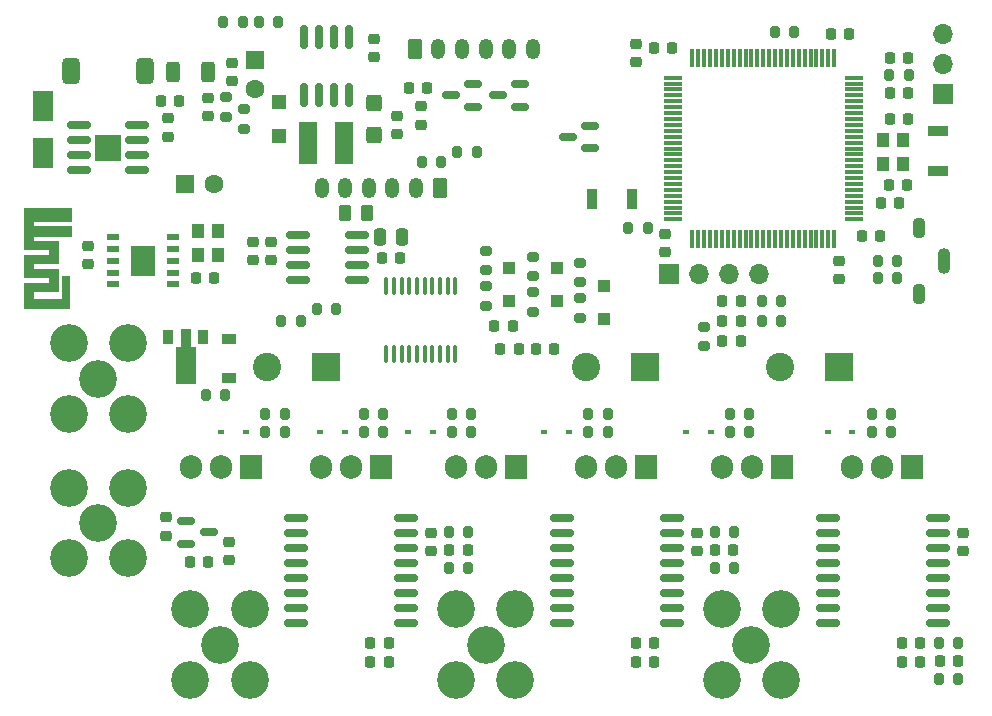
<source format=gbr>
%TF.GenerationSoftware,KiCad,Pcbnew,(6.99.0-2501-g45393f228a)*%
%TF.CreationDate,2022-08-07T00:12:47+12:00*%
%TF.ProjectId,bldc_hardware_riscv,626c6463-5f68-4617-9264-776172655f72,rev?*%
%TF.SameCoordinates,Original*%
%TF.FileFunction,Soldermask,Top*%
%TF.FilePolarity,Negative*%
%FSLAX46Y46*%
G04 Gerber Fmt 4.6, Leading zero omitted, Abs format (unit mm)*
G04 Created by KiCad (PCBNEW (6.99.0-2501-g45393f228a)) date 2022-08-07 00:12:47*
%MOMM*%
%LPD*%
G01*
G04 APERTURE LIST*
G04 Aperture macros list*
%AMRoundRect*
0 Rectangle with rounded corners*
0 $1 Rounding radius*
0 $2 $3 $4 $5 $6 $7 $8 $9 X,Y pos of 4 corners*
0 Add a 4 corners polygon primitive as box body*
4,1,4,$2,$3,$4,$5,$6,$7,$8,$9,$2,$3,0*
0 Add four circle primitives for the rounded corners*
1,1,$1+$1,$2,$3*
1,1,$1+$1,$4,$5*
1,1,$1+$1,$6,$7*
1,1,$1+$1,$8,$9*
0 Add four rect primitives between the rounded corners*
20,1,$1+$1,$2,$3,$4,$5,0*
20,1,$1+$1,$4,$5,$6,$7,0*
20,1,$1+$1,$6,$7,$8,$9,0*
20,1,$1+$1,$8,$9,$2,$3,0*%
%AMFreePoly0*
4,1,9,3.862500,-0.866500,0.737500,-0.866500,0.737500,-0.450000,-0.737500,-0.450000,-0.737500,0.450000,0.737500,0.450000,0.737500,0.866500,3.862500,0.866500,3.862500,-0.866500,3.862500,-0.866500,$1*%
G04 Aperture macros list end*
%ADD10C,0.050000*%
%ADD11RoundRect,0.200000X0.275000X-0.200000X0.275000X0.200000X-0.275000X0.200000X-0.275000X-0.200000X0*%
%ADD12RoundRect,0.200000X0.200000X0.275000X-0.200000X0.275000X-0.200000X-0.275000X0.200000X-0.275000X0*%
%ADD13R,1.905000X2.000000*%
%ADD14O,1.905000X2.000000*%
%ADD15RoundRect,0.250000X0.250000X0.475000X-0.250000X0.475000X-0.250000X-0.475000X0.250000X-0.475000X0*%
%ADD16R,1.200000X0.900000*%
%ADD17RoundRect,0.225000X0.225000X0.250000X-0.225000X0.250000X-0.225000X-0.250000X0.225000X-0.250000X0*%
%ADD18RoundRect,0.250000X-0.262500X-0.450000X0.262500X-0.450000X0.262500X0.450000X-0.262500X0.450000X0*%
%ADD19RoundRect,0.225000X0.250000X-0.225000X0.250000X0.225000X-0.250000X0.225000X-0.250000X-0.225000X0*%
%ADD20RoundRect,0.225000X-0.225000X-0.250000X0.225000X-0.250000X0.225000X0.250000X-0.225000X0.250000X0*%
%ADD21RoundRect,0.200000X-0.200000X-0.275000X0.200000X-0.275000X0.200000X0.275000X-0.200000X0.275000X0*%
%ADD22RoundRect,0.200000X-0.275000X0.200000X-0.275000X-0.200000X0.275000X-0.200000X0.275000X0.200000X0*%
%ADD23RoundRect,0.218750X0.218750X0.256250X-0.218750X0.256250X-0.218750X-0.256250X0.218750X-0.256250X0*%
%ADD24RoundRect,0.150000X-0.587500X-0.150000X0.587500X-0.150000X0.587500X0.150000X-0.587500X0.150000X0*%
%ADD25RoundRect,0.225000X-0.250000X0.225000X-0.250000X-0.225000X0.250000X-0.225000X0.250000X0.225000X0*%
%ADD26RoundRect,0.375000X-0.375000X-0.725000X0.375000X-0.725000X0.375000X0.725000X-0.375000X0.725000X0*%
%ADD27RoundRect,0.150000X-0.825000X-0.150000X0.825000X-0.150000X0.825000X0.150000X-0.825000X0.150000X0*%
%ADD28RoundRect,0.250000X-0.312500X-0.625000X0.312500X-0.625000X0.312500X0.625000X-0.312500X0.625000X0*%
%ADD29R,0.600000X0.450000*%
%ADD30RoundRect,0.150000X0.825000X0.150000X-0.825000X0.150000X-0.825000X-0.150000X0.825000X-0.150000X0*%
%ADD31R,2.300000X2.300000*%
%ADD32RoundRect,0.218750X-0.218750X-0.256250X0.218750X-0.256250X0.218750X0.256250X-0.218750X0.256250X0*%
%ADD33R,1.100000X1.300000*%
%ADD34RoundRect,0.150000X0.587500X0.150000X-0.587500X0.150000X-0.587500X-0.150000X0.587500X-0.150000X0*%
%ADD35R,1.200000X1.200000*%
%ADD36R,1.800000X2.500000*%
%ADD37RoundRect,0.150000X0.150000X-0.825000X0.150000X0.825000X-0.150000X0.825000X-0.150000X-0.825000X0*%
%ADD38R,1.500000X3.600000*%
%ADD39RoundRect,0.100000X-0.100000X0.637500X-0.100000X-0.637500X0.100000X-0.637500X0.100000X0.637500X0*%
%ADD40RoundRect,0.150000X-0.875000X-0.150000X0.875000X-0.150000X0.875000X0.150000X-0.875000X0.150000X0*%
%ADD41R,0.900000X1.700000*%
%ADD42R,0.900000X1.300000*%
%ADD43FreePoly0,270.000000*%
%ADD44R,1.700000X0.900000*%
%ADD45RoundRect,0.250000X0.425000X-0.450000X0.425000X0.450000X-0.425000X0.450000X-0.425000X-0.450000X0*%
%ADD46R,1.100000X1.100000*%
%ADD47R,1.100000X0.510000*%
%ADD48R,2.000000X2.600000*%
%ADD49RoundRect,0.075000X0.725000X0.075000X-0.725000X0.075000X-0.725000X-0.075000X0.725000X-0.075000X0*%
%ADD50RoundRect,0.075000X0.075000X0.725000X-0.075000X0.725000X-0.075000X-0.725000X0.075000X-0.725000X0*%
%ADD51R,1.600000X1.600000*%
%ADD52C,1.600000*%
%ADD53RoundRect,0.250000X0.350000X0.625000X-0.350000X0.625000X-0.350000X-0.625000X0.350000X-0.625000X0*%
%ADD54O,1.200000X1.750000*%
%ADD55RoundRect,0.250000X-0.350000X-0.625000X0.350000X-0.625000X0.350000X0.625000X-0.350000X0.625000X0*%
%ADD56R,2.400000X2.400000*%
%ADD57C,2.400000*%
%ADD58C,3.200000*%
%ADD59O,1.100000X1.800000*%
%ADD60O,1.100000X2.200000*%
%ADD61R,1.700000X1.700000*%
%ADD62O,1.700000X1.700000*%
G04 APERTURE END LIST*
D10*
G36*
X84400000Y-98100000D02*
G01*
X81200000Y-98100000D01*
X81200000Y-98600000D01*
X84400000Y-98600000D01*
X84400000Y-99400000D01*
X81200000Y-99400000D01*
X81200000Y-99800000D01*
X83300000Y-99800000D01*
X83300000Y-101700000D01*
X81200000Y-101700000D01*
X81200000Y-102200000D01*
X83300000Y-102200000D01*
X83300000Y-104100000D01*
X81200000Y-104100000D01*
X81200000Y-104700000D01*
X83600000Y-104700000D01*
X83600000Y-102800000D01*
X84200000Y-102800000D01*
X84200000Y-105500000D01*
X80400000Y-105500000D01*
X80400000Y-103400000D01*
X82500000Y-103400000D01*
X82500000Y-102900000D01*
X80400000Y-102900000D01*
X80400000Y-101000000D01*
X82500000Y-101000000D01*
X82500000Y-100500000D01*
X80400000Y-100500000D01*
X80400000Y-97000000D01*
X84400000Y-97000000D01*
X84400000Y-98100000D01*
G37*
X84400000Y-98100000D02*
X81200000Y-98100000D01*
X81200000Y-98600000D01*
X84400000Y-98600000D01*
X84400000Y-99400000D01*
X81200000Y-99400000D01*
X81200000Y-99800000D01*
X83300000Y-99800000D01*
X83300000Y-101700000D01*
X81200000Y-101700000D01*
X81200000Y-102200000D01*
X83300000Y-102200000D01*
X83300000Y-104100000D01*
X81200000Y-104100000D01*
X81200000Y-104700000D01*
X83600000Y-104700000D01*
X83600000Y-102800000D01*
X84200000Y-102800000D01*
X84200000Y-105500000D01*
X80400000Y-105500000D01*
X80400000Y-103400000D01*
X82500000Y-103400000D01*
X82500000Y-102900000D01*
X80400000Y-102900000D01*
X80400000Y-101000000D01*
X82500000Y-101000000D01*
X82500000Y-100500000D01*
X80400000Y-100500000D01*
X80400000Y-97000000D01*
X84400000Y-97000000D01*
X84400000Y-98100000D01*
D11*
%TO.C,R33*%
X127500000Y-106325000D03*
X127500000Y-104675000D03*
%TD*%
D12*
%TO.C,R24*%
X154325000Y-103000000D03*
X152675000Y-103000000D03*
%TD*%
D13*
%TO.C,Q2*%
X99599999Y-118999999D03*
D14*
X97059999Y-118999999D03*
X94519999Y-118999999D03*
%TD*%
D15*
%TO.C,C4*%
X112450000Y-99500000D03*
X110550000Y-99500000D03*
%TD*%
D16*
%TO.C,D18*%
X97799999Y-108149999D03*
X97799999Y-111449999D03*
%TD*%
D17*
%TO.C,C7*%
X112275000Y-101300000D03*
X110725000Y-101300000D03*
%TD*%
D18*
%TO.C,R42*%
X107587500Y-97500000D03*
X109412500Y-97500000D03*
%TD*%
D19*
%TO.C,C49*%
X114900000Y-126075000D03*
X114900000Y-124525000D03*
%TD*%
D20*
%TO.C,C29*%
X152925000Y-96600000D03*
X154475000Y-96600000D03*
%TD*%
D21*
%TO.C,R48*%
X116375000Y-127500000D03*
X118025000Y-127500000D03*
%TD*%
D20*
%TO.C,C34*%
X153725000Y-89500000D03*
X155275000Y-89500000D03*
%TD*%
D22*
%TO.C,R13*%
X97500000Y-87675000D03*
X97500000Y-89325000D03*
%TD*%
D23*
%TO.C,D16*%
X141087500Y-108300000D03*
X139512500Y-108300000D03*
%TD*%
D20*
%TO.C,C6*%
X92000000Y-88000000D03*
X93550000Y-88000000D03*
%TD*%
D24*
%TO.C,U5*%
X94162500Y-123550000D03*
X94162500Y-125450000D03*
X96037500Y-124500000D03*
%TD*%
D12*
%TO.C,R11*%
X153825000Y-116000000D03*
X152175000Y-116000000D03*
%TD*%
%TO.C,R5*%
X102500000Y-114500000D03*
X100850000Y-114500000D03*
%TD*%
%TO.C,R14*%
X153825000Y-114500000D03*
X152175000Y-114500000D03*
%TD*%
D25*
%TO.C,C18*%
X98000000Y-84725000D03*
X98000000Y-86275000D03*
%TD*%
D21*
%TO.C,R34*%
X102175000Y-106600000D03*
X103825000Y-106600000D03*
%TD*%
%TO.C,R41*%
X143975000Y-82100000D03*
X145625000Y-82100000D03*
%TD*%
D26*
%TO.C,L1*%
X84350000Y-85400000D03*
X90650000Y-85400000D03*
%TD*%
D11*
%TO.C,R16*%
X99000000Y-90325000D03*
X99000000Y-88675000D03*
%TD*%
D27*
%TO.C,U7*%
X103625000Y-99295000D03*
X103625000Y-100565000D03*
X103625000Y-101835000D03*
X103625000Y-103105000D03*
X108575000Y-103105000D03*
X108575000Y-101835000D03*
X108575000Y-100565000D03*
X108575000Y-99295000D03*
%TD*%
D28*
%TO.C,R10*%
X93037500Y-85500000D03*
X95962500Y-85500000D03*
%TD*%
D20*
%TO.C,C42*%
X154725000Y-133900000D03*
X156275000Y-133900000D03*
%TD*%
D25*
%TO.C,C2*%
X114000000Y-88425000D03*
X114000000Y-89975000D03*
%TD*%
%TO.C,C20*%
X149400000Y-101525000D03*
X149400000Y-103075000D03*
%TD*%
D29*
%TO.C,D4*%
X126549999Y-115999999D03*
X124449999Y-115999999D03*
%TD*%
D17*
%TO.C,C46*%
X140475000Y-126000000D03*
X138925000Y-126000000D03*
%TD*%
D11*
%TO.C,R30*%
X123500000Y-105825000D03*
X123500000Y-104175000D03*
%TD*%
D12*
%TO.C,R7*%
X118275000Y-116000000D03*
X116625000Y-116000000D03*
%TD*%
%TO.C,R37*%
X115725000Y-93100000D03*
X114075000Y-93100000D03*
%TD*%
D21*
%TO.C,R43*%
X100275000Y-81300000D03*
X101925000Y-81300000D03*
%TD*%
D20*
%TO.C,C27*%
X151325000Y-99400000D03*
X152875000Y-99400000D03*
%TD*%
D17*
%TO.C,C11*%
X125275000Y-109000000D03*
X123725000Y-109000000D03*
%TD*%
D12*
%TO.C,R4*%
X110825000Y-114500000D03*
X109175000Y-114500000D03*
%TD*%
D11*
%TO.C,R35*%
X127500000Y-103325000D03*
X127500000Y-101675000D03*
%TD*%
D30*
%TO.C,U4*%
X89975000Y-93830000D03*
X89975000Y-92560000D03*
X89975000Y-91290000D03*
X89975000Y-90020000D03*
X85025000Y-90020000D03*
X85025000Y-91290000D03*
X85025000Y-92560000D03*
X85025000Y-93830000D03*
D31*
X87499999Y-91924999D03*
%TD*%
D13*
%TO.C,Q5*%
X155599999Y-118999999D03*
D14*
X153059999Y-118999999D03*
X150519999Y-118999999D03*
%TD*%
D29*
%TO.C,D5*%
X114999999Y-115999999D03*
X112899999Y-115999999D03*
%TD*%
D21*
%TO.C,R46*%
X138875000Y-127500000D03*
X140525000Y-127500000D03*
%TD*%
D32*
%TO.C,D15*%
X139512500Y-106600000D03*
X141087500Y-106600000D03*
%TD*%
D29*
%TO.C,D10*%
X150549999Y-115999999D03*
X148449999Y-115999999D03*
%TD*%
D19*
%TO.C,C10*%
X112000000Y-90775000D03*
X112000000Y-89225000D03*
%TD*%
D11*
%TO.C,R29*%
X119500000Y-105325000D03*
X119500000Y-103675000D03*
%TD*%
D21*
%TO.C,R36*%
X105175000Y-105600000D03*
X106825000Y-105600000D03*
%TD*%
D33*
%TO.C,Y1*%
X153174999Y-91249999D03*
X153174999Y-93349999D03*
X154824999Y-93349999D03*
X154824999Y-91249999D03*
%TD*%
D34*
%TO.C,D12*%
X122437500Y-88450000D03*
X122437500Y-86550000D03*
X120562500Y-87500000D03*
%TD*%
D12*
%TO.C,R3*%
X102500000Y-116000000D03*
X100850000Y-116000000D03*
%TD*%
D21*
%TO.C,R40*%
X131575000Y-98700000D03*
X133225000Y-98700000D03*
%TD*%
D35*
%TO.C,D3*%
X101999999Y-90899999D03*
X101999999Y-88099999D03*
%TD*%
D36*
%TO.C,D7*%
X81999999Y-88399999D03*
X81999999Y-92399999D03*
%TD*%
D19*
%TO.C,C38*%
X101300000Y-101475000D03*
X101300000Y-99925000D03*
%TD*%
D17*
%TO.C,C50*%
X117975000Y-126000000D03*
X116425000Y-126000000D03*
%TD*%
D25*
%TO.C,C32*%
X134700000Y-99225000D03*
X134700000Y-100775000D03*
%TD*%
D20*
%TO.C,C48*%
X109725000Y-133900000D03*
X111275000Y-133900000D03*
%TD*%
D37*
%TO.C,U2*%
X104095000Y-87475000D03*
X105365000Y-87475000D03*
X106635000Y-87475000D03*
X107905000Y-87475000D03*
X107905000Y-82525000D03*
X106635000Y-82525000D03*
X105365000Y-82525000D03*
X104095000Y-82525000D03*
%TD*%
D20*
%TO.C,C21*%
X157925000Y-135400000D03*
X159475000Y-135400000D03*
%TD*%
D38*
%TO.C,L2*%
X104474999Y-91499999D03*
X107524999Y-91499999D03*
%TD*%
D12*
%TO.C,R12*%
X141825000Y-116000000D03*
X140175000Y-116000000D03*
%TD*%
%TO.C,R6*%
X129825000Y-116000000D03*
X128175000Y-116000000D03*
%TD*%
D21*
%TO.C,R102*%
X157875000Y-136900000D03*
X159525000Y-136900000D03*
%TD*%
D39*
%TO.C,U3*%
X116925000Y-103637500D03*
X116275000Y-103637500D03*
X115625000Y-103637500D03*
X114975000Y-103637500D03*
X114325000Y-103637500D03*
X113675000Y-103637500D03*
X113025000Y-103637500D03*
X112375000Y-103637500D03*
X111725000Y-103637500D03*
X111075000Y-103637500D03*
X111075000Y-109362500D03*
X111725000Y-109362500D03*
X112375000Y-109362500D03*
X113025000Y-109362500D03*
X113675000Y-109362500D03*
X114325000Y-109362500D03*
X114975000Y-109362500D03*
X115625000Y-109362500D03*
X116275000Y-109362500D03*
X116925000Y-109362500D03*
%TD*%
D40*
%TO.C,U101*%
X103450000Y-123255000D03*
X103450000Y-124525000D03*
X103450000Y-125795000D03*
X103450000Y-127065000D03*
X103450000Y-128335000D03*
X103450000Y-129605000D03*
X103450000Y-130875000D03*
X103450000Y-132145000D03*
X112750000Y-132145000D03*
X112750000Y-130875000D03*
X112750000Y-129605000D03*
X112750000Y-128335000D03*
X112750000Y-127065000D03*
X112750000Y-125795000D03*
X112750000Y-124525000D03*
X112750000Y-123255000D03*
%TD*%
D41*
%TO.C,SW1*%
X131899999Y-96299999D03*
X128499999Y-96299999D03*
%TD*%
D42*
%TO.C,Q9*%
X95599999Y-107949999D03*
D43*
X94100000Y-108037500D03*
D42*
X92599999Y-107949999D03*
%TD*%
D21*
%TO.C,R39*%
X142875000Y-106600000D03*
X144525000Y-106600000D03*
%TD*%
D12*
%TO.C,R49*%
X118025000Y-124500000D03*
X116375000Y-124500000D03*
%TD*%
%TO.C,R1*%
X155325000Y-85800000D03*
X153675000Y-85800000D03*
%TD*%
D13*
%TO.C,Q6*%
X144599999Y-118999999D03*
D14*
X142059999Y-118999999D03*
X139519999Y-118999999D03*
%TD*%
D12*
%TO.C,R23*%
X154325000Y-101500000D03*
X152675000Y-101500000D03*
%TD*%
%TO.C,R9*%
X118275000Y-114500000D03*
X116625000Y-114500000D03*
%TD*%
%TO.C,R25*%
X118725000Y-92300000D03*
X117075000Y-92300000D03*
%TD*%
D33*
%TO.C,Y2*%
X96824999Y-101049999D03*
X96824999Y-98949999D03*
X95174999Y-98949999D03*
X95174999Y-101049999D03*
%TD*%
D11*
%TO.C,R45*%
X138000000Y-108725000D03*
X138000000Y-107075000D03*
%TD*%
D44*
%TO.C,SW2*%
X157799999Y-90499999D03*
X157799999Y-93899999D03*
%TD*%
D20*
%TO.C,C47*%
X109725000Y-135500000D03*
X111275000Y-135500000D03*
%TD*%
D17*
%TO.C,C19*%
X155275000Y-87300000D03*
X153725000Y-87300000D03*
%TD*%
D13*
%TO.C,Q1*%
X110599999Y-118999999D03*
D14*
X108059999Y-118999999D03*
X105519999Y-118999999D03*
%TD*%
D12*
%TO.C,R17*%
X97425000Y-112900000D03*
X95775000Y-112900000D03*
%TD*%
D19*
%TO.C,C45*%
X137400000Y-126075000D03*
X137400000Y-124525000D03*
%TD*%
D29*
%TO.C,D1*%
X107549999Y-115999999D03*
X105449999Y-115999999D03*
%TD*%
D20*
%TO.C,C41*%
X154725000Y-135500000D03*
X156275000Y-135500000D03*
%TD*%
D45*
%TO.C,C9*%
X110000000Y-90850000D03*
X110000000Y-88150000D03*
%TD*%
D46*
%TO.C,D9*%
X121499999Y-104899999D03*
X121499999Y-102099999D03*
%TD*%
D11*
%TO.C,R31*%
X119500000Y-102325000D03*
X119500000Y-100675000D03*
%TD*%
D19*
%TO.C,C36*%
X132200000Y-84675000D03*
X132200000Y-83125000D03*
%TD*%
D20*
%TO.C,C39*%
X94950000Y-103000000D03*
X96500000Y-103000000D03*
%TD*%
D47*
%TO.C,U8*%
X93049999Y-103499999D03*
X93049999Y-102499999D03*
X93049999Y-101499999D03*
X93049999Y-100499999D03*
X93049999Y-99499999D03*
X87949999Y-99499999D03*
X87949999Y-100499999D03*
X87949999Y-101499999D03*
X87949999Y-102499999D03*
X87949999Y-103499999D03*
D48*
X90499999Y-101499999D03*
%TD*%
D12*
%TO.C,R47*%
X140525000Y-124500000D03*
X138875000Y-124500000D03*
%TD*%
D19*
%TO.C,C37*%
X99800000Y-101475000D03*
X99800000Y-99925000D03*
%TD*%
D25*
%TO.C,C16*%
X96000000Y-87725000D03*
X96000000Y-89275000D03*
%TD*%
D17*
%TO.C,C3*%
X114550000Y-86900000D03*
X113000000Y-86900000D03*
%TD*%
D49*
%TO.C,U1*%
X150675000Y-98000000D03*
X150675000Y-97500000D03*
X150675000Y-97000000D03*
X150675000Y-96500000D03*
X150675000Y-96000000D03*
X150675000Y-95500000D03*
X150675000Y-95000000D03*
X150675000Y-94500000D03*
X150675000Y-94000000D03*
X150675000Y-93500000D03*
X150675000Y-93000000D03*
X150675000Y-92500000D03*
X150675000Y-92000000D03*
X150675000Y-91500000D03*
X150675000Y-91000000D03*
X150675000Y-90500000D03*
X150675000Y-90000000D03*
X150675000Y-89500000D03*
X150675000Y-89000000D03*
X150675000Y-88500000D03*
X150675000Y-88000000D03*
X150675000Y-87500000D03*
X150675000Y-87000000D03*
X150675000Y-86500000D03*
X150675000Y-86000000D03*
D50*
X149000000Y-84325000D03*
X148500000Y-84325000D03*
X148000000Y-84325000D03*
X147500000Y-84325000D03*
X147000000Y-84325000D03*
X146500000Y-84325000D03*
X146000000Y-84325000D03*
X145500000Y-84325000D03*
X145000000Y-84325000D03*
X144500000Y-84325000D03*
X144000000Y-84325000D03*
X143500000Y-84325000D03*
X143000000Y-84325000D03*
X142500000Y-84325000D03*
X142000000Y-84325000D03*
X141500000Y-84325000D03*
X141000000Y-84325000D03*
X140500000Y-84325000D03*
X140000000Y-84325000D03*
X139500000Y-84325000D03*
X139000000Y-84325000D03*
X138500000Y-84325000D03*
X138000000Y-84325000D03*
X137500000Y-84325000D03*
X137000000Y-84325000D03*
D49*
X135325000Y-86000000D03*
X135325000Y-86500000D03*
X135325000Y-87000000D03*
X135325000Y-87500000D03*
X135325000Y-88000000D03*
X135325000Y-88500000D03*
X135325000Y-89000000D03*
X135325000Y-89500000D03*
X135325000Y-90000000D03*
X135325000Y-90500000D03*
X135325000Y-91000000D03*
X135325000Y-91500000D03*
X135325000Y-92000000D03*
X135325000Y-92500000D03*
X135325000Y-93000000D03*
X135325000Y-93500000D03*
X135325000Y-94000000D03*
X135325000Y-94500000D03*
X135325000Y-95000000D03*
X135325000Y-95500000D03*
X135325000Y-96000000D03*
X135325000Y-96500000D03*
X135325000Y-97000000D03*
X135325000Y-97500000D03*
X135325000Y-98000000D03*
D50*
X137000000Y-99675000D03*
X137500000Y-99675000D03*
X138000000Y-99675000D03*
X138500000Y-99675000D03*
X139000000Y-99675000D03*
X139500000Y-99675000D03*
X140000000Y-99675000D03*
X140500000Y-99675000D03*
X141000000Y-99675000D03*
X141500000Y-99675000D03*
X142000000Y-99675000D03*
X142500000Y-99675000D03*
X143000000Y-99675000D03*
X143500000Y-99675000D03*
X144000000Y-99675000D03*
X144500000Y-99675000D03*
X145000000Y-99675000D03*
X145500000Y-99675000D03*
X146000000Y-99675000D03*
X146500000Y-99675000D03*
X147000000Y-99675000D03*
X147500000Y-99675000D03*
X148000000Y-99675000D03*
X148500000Y-99675000D03*
X149000000Y-99675000D03*
%TD*%
D29*
%TO.C,D11*%
X138549999Y-115999999D03*
X136449999Y-115999999D03*
%TD*%
D46*
%TO.C,D6*%
X129499999Y-106399999D03*
X129499999Y-103599999D03*
%TD*%
D17*
%TO.C,C31*%
X135275000Y-83500000D03*
X133725000Y-83500000D03*
%TD*%
D32*
%TO.C,D14*%
X139512500Y-104900000D03*
X141087500Y-104900000D03*
%TD*%
D17*
%TO.C,C35*%
X155175000Y-95100000D03*
X153625000Y-95100000D03*
%TD*%
D25*
%TO.C,C1*%
X97800000Y-125325000D03*
X97800000Y-126875000D03*
%TD*%
D21*
%TO.C,R44*%
X97275000Y-81300000D03*
X98925000Y-81300000D03*
%TD*%
D13*
%TO.C,Q4*%
X122099999Y-118999999D03*
D14*
X119559999Y-118999999D03*
X117019999Y-118999999D03*
%TD*%
D20*
%TO.C,C30*%
X148725000Y-82300000D03*
X150275000Y-82300000D03*
%TD*%
D34*
%TO.C,D13*%
X128337500Y-91950000D03*
X128337500Y-90050000D03*
X126462500Y-91000000D03*
%TD*%
D46*
%TO.C,D8*%
X125499999Y-104899999D03*
X125499999Y-102099999D03*
%TD*%
D40*
%TO.C,U102*%
X125950000Y-123255000D03*
X125950000Y-124525000D03*
X125950000Y-125795000D03*
X125950000Y-127065000D03*
X125950000Y-128335000D03*
X125950000Y-129605000D03*
X125950000Y-130875000D03*
X125950000Y-132145000D03*
X135250000Y-132145000D03*
X135250000Y-130875000D03*
X135250000Y-129605000D03*
X135250000Y-128335000D03*
X135250000Y-127065000D03*
X135250000Y-125795000D03*
X135250000Y-124525000D03*
X135250000Y-123255000D03*
%TD*%
D12*
%TO.C,R8*%
X129825000Y-114500000D03*
X128175000Y-114500000D03*
%TD*%
D19*
%TO.C,C24*%
X159900000Y-126075000D03*
X159900000Y-124525000D03*
%TD*%
D20*
%TO.C,C43*%
X132225000Y-135500000D03*
X133775000Y-135500000D03*
%TD*%
D29*
%TO.C,D2*%
X99224999Y-115999999D03*
X97124999Y-115999999D03*
%TD*%
D25*
%TO.C,C40*%
X85800000Y-100225000D03*
X85800000Y-101775000D03*
%TD*%
D20*
%TO.C,C15*%
X94425000Y-127000000D03*
X95975000Y-127000000D03*
%TD*%
D40*
%TO.C,U103*%
X148450000Y-123255000D03*
X148450000Y-124525000D03*
X148450000Y-125795000D03*
X148450000Y-127065000D03*
X148450000Y-128335000D03*
X148450000Y-129605000D03*
X148450000Y-130875000D03*
X148450000Y-132145000D03*
X157750000Y-132145000D03*
X157750000Y-130875000D03*
X157750000Y-129605000D03*
X157750000Y-128335000D03*
X157750000Y-127065000D03*
X157750000Y-125795000D03*
X157750000Y-124525000D03*
X157750000Y-123255000D03*
%TD*%
D20*
%TO.C,C44*%
X132225000Y-133900000D03*
X133775000Y-133900000D03*
%TD*%
D13*
%TO.C,Q3*%
X133099999Y-118999999D03*
D14*
X130559999Y-118999999D03*
X128019999Y-118999999D03*
%TD*%
D25*
%TO.C,C12*%
X92400000Y-123225000D03*
X92400000Y-124775000D03*
%TD*%
D12*
%TO.C,R15*%
X141825000Y-114500000D03*
X140175000Y-114500000D03*
%TD*%
D25*
%TO.C,C33*%
X110000000Y-82725000D03*
X110000000Y-84275000D03*
%TD*%
D34*
%TO.C,U6*%
X118437500Y-88450000D03*
X118437500Y-86550000D03*
X116562500Y-87500000D03*
%TD*%
D12*
%TO.C,R101*%
X159525000Y-133900000D03*
X157875000Y-133900000D03*
%TD*%
D20*
%TO.C,C28*%
X153725000Y-84300000D03*
X155275000Y-84300000D03*
%TD*%
D21*
%TO.C,R38*%
X142875000Y-104900000D03*
X144525000Y-104900000D03*
%TD*%
D17*
%TO.C,C13*%
X122275000Y-109000000D03*
X120725000Y-109000000D03*
%TD*%
D11*
%TO.C,R32*%
X123500000Y-102825000D03*
X123500000Y-101175000D03*
%TD*%
D12*
%TO.C,R2*%
X110825000Y-116000000D03*
X109175000Y-116000000D03*
%TD*%
D25*
%TO.C,C8*%
X92600000Y-89450000D03*
X92600000Y-91000000D03*
%TD*%
D17*
%TO.C,C14*%
X121775000Y-107000000D03*
X120225000Y-107000000D03*
%TD*%
D51*
%TO.C,C17*%
X99999999Y-84499999D03*
D52*
X100000000Y-87000000D03*
%TD*%
D53*
%TO.C,J3*%
X115600000Y-95350000D03*
D54*
X113599999Y-95349999D03*
X111599999Y-95349999D03*
X109599999Y-95349999D03*
X107599999Y-95349999D03*
X105599999Y-95349999D03*
%TD*%
D55*
%TO.C,J2*%
X113500000Y-83550000D03*
D54*
X115499999Y-83549999D03*
X117499999Y-83549999D03*
X119499999Y-83549999D03*
X121499999Y-83549999D03*
X123499999Y-83549999D03*
%TD*%
D56*
%TO.C,C101*%
X105999999Y-110499999D03*
D57*
X101000000Y-110500000D03*
%TD*%
D56*
%TO.C,C102*%
X132999999Y-110499999D03*
D57*
X128000000Y-110500000D03*
%TD*%
D58*
%TO.C,X3*%
X97000000Y-134000000D03*
X99500000Y-137000000D03*
X99500000Y-131000000D03*
X94500000Y-137000000D03*
X94500000Y-131000000D03*
%TD*%
%TO.C,X4*%
X119500000Y-134000000D03*
X122000000Y-137000000D03*
X122000000Y-131000000D03*
X117000000Y-137000000D03*
X117000000Y-131000000D03*
%TD*%
D59*
%TO.C,J1*%
X156187499Y-98699999D03*
D60*
X158337499Y-101499999D03*
D59*
X156187499Y-104299999D03*
%TD*%
D58*
%TO.C,X1*%
X86700000Y-111500000D03*
X89200000Y-114500000D03*
X89200000Y-108500000D03*
X84200000Y-114500000D03*
X84200000Y-108500000D03*
%TD*%
D51*
%TO.C,C5*%
X93999999Y-94999999D03*
D52*
X96500000Y-95000000D03*
%TD*%
D56*
%TO.C,C103*%
X149423958Y-110499999D03*
D57*
X144423959Y-110500000D03*
%TD*%
D61*
%TO.C,J4*%
X134999999Y-102599999D03*
D62*
X137539999Y-102599999D03*
X140079999Y-102599999D03*
X142619999Y-102599999D03*
%TD*%
D58*
%TO.C,X5*%
X142000000Y-134000000D03*
X144500000Y-137000000D03*
X144500000Y-131000000D03*
X139500000Y-137000000D03*
X139500000Y-131000000D03*
%TD*%
D61*
%TO.C,J5*%
X158199999Y-87399999D03*
D62*
X158199999Y-84859999D03*
X158199999Y-82319999D03*
%TD*%
D58*
%TO.C,X2*%
X86700000Y-123700000D03*
X89200000Y-126700000D03*
X89200000Y-120700000D03*
X84200000Y-126700000D03*
X84200000Y-120700000D03*
%TD*%
M02*

</source>
